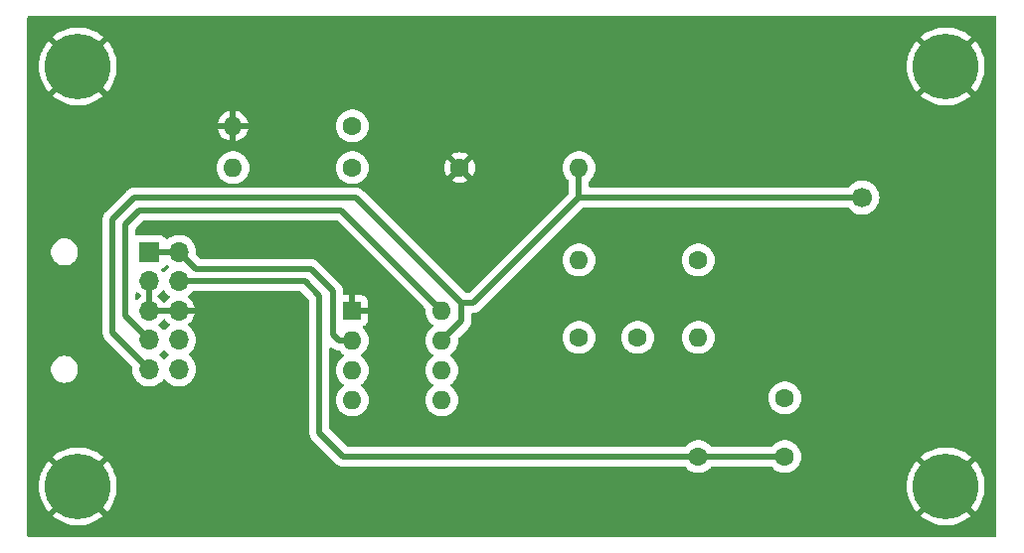
<source format=gbl>
%TF.GenerationSoftware,KiCad,Pcbnew,7.0.2*%
%TF.CreationDate,2023-05-19T14:46:58-05:00*%
%TF.ProjectId,LED Driver,4c454420-4472-4697-9665-722e6b696361,v1a*%
%TF.SameCoordinates,Original*%
%TF.FileFunction,Copper,L2,Bot*%
%TF.FilePolarity,Positive*%
%FSLAX46Y46*%
G04 Gerber Fmt 4.6, Leading zero omitted, Abs format (unit mm)*
G04 Created by KiCad (PCBNEW 7.0.2) date 2023-05-19 14:46:58*
%MOMM*%
%LPD*%
G01*
G04 APERTURE LIST*
%TA.AperFunction,ComponentPad*%
%ADD10C,1.600000*%
%TD*%
%TA.AperFunction,ComponentPad*%
%ADD11O,1.600000X1.600000*%
%TD*%
%TA.AperFunction,ComponentPad*%
%ADD12C,5.600000*%
%TD*%
%TA.AperFunction,ComponentPad*%
%ADD13R,1.600000X1.600000*%
%TD*%
%TA.AperFunction,ComponentPad*%
%ADD14C,1.700000*%
%TD*%
%TA.AperFunction,ComponentPad*%
%ADD15R,1.700000X1.700000*%
%TD*%
%TA.AperFunction,ComponentPad*%
%ADD16O,1.700000X1.700000*%
%TD*%
%TA.AperFunction,Conductor*%
%ADD17C,0.500000*%
%TD*%
G04 APERTURE END LIST*
D10*
%TO.P,C2,1*%
%TO.N,/LED+*%
X122936000Y-71120000D03*
%TO.P,C2,2*%
%TO.N,/GATE*%
X122936000Y-66120000D03*
%TD*%
%TO.P,R1,1*%
%TO.N,GND*%
X95250000Y-46482000D03*
D11*
%TO.P,R1,2*%
%TO.N,/V+*%
X105410000Y-46482000D03*
%TD*%
D12*
%TO.P,J3,1,Pin_1*%
%TO.N,GND*%
X62738000Y-37846000D03*
%TD*%
%TO.P,J4,1,Pin_1*%
%TO.N,GND*%
X136652000Y-37846000D03*
%TD*%
D13*
%TO.P,U1,1,COM*%
%TO.N,GND*%
X86106000Y-58674000D03*
D11*
%TO.P,U1,2,-IN*%
%TO.N,/LED-*%
X86106000Y-61214000D03*
%TO.P,U1,3,+IN*%
%TO.N,/CTRL*%
X86106000Y-63754000D03*
%TO.P,U1,4,V-*%
%TO.N,/V-*%
X86106000Y-66294000D03*
%TO.P,U1,5,Status*%
%TO.N,/STATUS*%
X93726000Y-66294000D03*
%TO.P,U1,6,OUT*%
%TO.N,/OUT*%
X93726000Y-63754000D03*
%TO.P,U1,7,V+*%
%TO.N,/V+*%
X93726000Y-61214000D03*
%TO.P,U1,8,E/D*%
%TO.N,/ENBL*%
X93726000Y-58674000D03*
%TD*%
D10*
%TO.P,C1,1*%
%TO.N,/OUT*%
X105410000Y-60960000D03*
%TO.P,C1,2*%
%TO.N,/GATE*%
X110410000Y-60960000D03*
%TD*%
D12*
%TO.P,J5,1,Pin_1*%
%TO.N,GND*%
X136652000Y-73660000D03*
%TD*%
D10*
%TO.P,R5,1*%
%TO.N,/LED-*%
X86106000Y-46482000D03*
D11*
%TO.P,R5,2*%
%TO.N,/LED+*%
X75946000Y-46482000D03*
%TD*%
D14*
%TO.P,U2,3,Drain*%
%TO.N,/V+*%
X129540000Y-49022000D03*
%TD*%
D10*
%TO.P,R3,1*%
%TO.N,/GATE*%
X115570000Y-54356000D03*
D11*
%TO.P,R3,2*%
%TO.N,/OUT*%
X105410000Y-54356000D03*
%TD*%
D15*
%TO.P,J1,1,SNS+*%
%TO.N,/LED-*%
X68834000Y-53674000D03*
D16*
%TO.P,J1,2,SNS-*%
%TO.N,GND*%
X68834000Y-56174000D03*
%TO.P,J1,3,GND*%
X68834000Y-58674000D03*
%TO.P,J1,4,ENBL*%
%TO.N,/ENBL*%
X68834000Y-61174000D03*
%TO.P,J1,5,V+*%
%TO.N,/V+*%
X68834000Y-63674000D03*
%TO.P,J1,6,V-*%
%TO.N,/V-*%
X71334000Y-63674000D03*
%TO.P,J1,7,CTRL*%
%TO.N,/CTRL*%
X71334000Y-61174000D03*
%TO.P,J1,8,GND*%
%TO.N,GND*%
X71334000Y-58674000D03*
%TO.P,J1,9,LED+*%
%TO.N,/LED+*%
X71334000Y-56174000D03*
%TO.P,J1,10,LED-*%
%TO.N,/LED-*%
X71334000Y-53674000D03*
%TD*%
D12*
%TO.P,J6,1,Pin_1*%
%TO.N,GND*%
X62738000Y-73660000D03*
%TD*%
D10*
%TO.P,R6,1*%
%TO.N,/V-*%
X86106000Y-42926000D03*
D11*
%TO.P,R6,2*%
%TO.N,GND*%
X75946000Y-42926000D03*
%TD*%
D10*
%TO.P,R4,1*%
%TO.N,/LED+*%
X115570000Y-71120000D03*
D11*
%TO.P,R4,2*%
%TO.N,/GATE*%
X115570000Y-60960000D03*
%TD*%
D17*
%TO.N,/ENBL*%
X67988000Y-50122000D02*
X85174000Y-50122000D01*
X66802000Y-51308000D02*
X66802000Y-59142000D01*
X66802000Y-59142000D02*
X68834000Y-61174000D01*
X85174000Y-50122000D02*
X93726000Y-58674000D01*
X67988000Y-50122000D02*
X66802000Y-51308000D01*
%TO.N,/V+*%
X65702000Y-50852365D02*
X67532366Y-49022000D01*
X105410000Y-49022000D02*
X96441453Y-57990547D01*
X105410000Y-49022000D02*
X105410000Y-46482000D01*
X65702000Y-60542000D02*
X65702000Y-50852365D01*
X95376000Y-57990547D02*
X95376000Y-59564000D01*
X95376000Y-59564000D02*
X93726000Y-61214000D01*
X86407453Y-49022000D02*
X95376000Y-57990547D01*
X67532366Y-49022000D02*
X86407453Y-49022000D01*
X68834000Y-63674000D02*
X65702000Y-60542000D01*
X129540000Y-49022000D02*
X105410000Y-49022000D01*
X96441453Y-57990547D02*
X95376000Y-57990547D01*
%TO.N,/LED+*%
X83312000Y-69088000D02*
X85344000Y-71120000D01*
X85344000Y-71120000D02*
X115570000Y-71120000D01*
X83312000Y-57404000D02*
X83312000Y-69088000D01*
X82082000Y-56174000D02*
X83312000Y-57404000D01*
X71334000Y-56174000D02*
X82082000Y-56174000D01*
X122936000Y-71120000D02*
X115570000Y-71120000D01*
%TO.N,/LED-*%
X84456000Y-60695370D02*
X84974630Y-61214000D01*
X82594660Y-55118000D02*
X84456000Y-56979340D01*
X84456000Y-56979340D02*
X84456000Y-60695370D01*
X84974630Y-61214000D02*
X86106000Y-61214000D01*
X71334000Y-53674000D02*
X72778000Y-55118000D01*
X72778000Y-55118000D02*
X82594660Y-55118000D01*
X68834000Y-53674000D02*
X71334000Y-53674000D01*
%TD*%
%TA.AperFunction,Conductor*%
%TO.N,GND*%
G36*
X70874507Y-58464156D02*
G01*
X70834000Y-58602111D01*
X70834000Y-58745889D01*
X70874507Y-58883844D01*
X70902884Y-58928000D01*
X69265116Y-58928000D01*
X69293493Y-58883844D01*
X69334000Y-58745889D01*
X69334000Y-58602111D01*
X69293493Y-58464156D01*
X69265116Y-58420000D01*
X70902884Y-58420000D01*
X70874507Y-58464156D01*
G37*
%TD.AperFunction*%
%TA.AperFunction,Conductor*%
G36*
X69088000Y-58240325D02*
G01*
X68976315Y-58189320D01*
X68869763Y-58174000D01*
X68798237Y-58174000D01*
X68691685Y-58189320D01*
X68580000Y-58240325D01*
X68580000Y-56607674D01*
X68691685Y-56658680D01*
X68798237Y-56674000D01*
X68869763Y-56674000D01*
X68976315Y-56658680D01*
X69088000Y-56607674D01*
X69088000Y-58240325D01*
G37*
%TD.AperFunction*%
%TA.AperFunction,Conductor*%
G36*
X140901621Y-33558502D02*
G01*
X140948114Y-33612158D01*
X140959500Y-33664500D01*
X140959500Y-77841500D01*
X140939498Y-77909621D01*
X140885842Y-77956114D01*
X140833500Y-77967500D01*
X58556500Y-77967500D01*
X58488379Y-77947498D01*
X58441886Y-77893842D01*
X58430500Y-77841500D01*
X58430500Y-73663412D01*
X59425326Y-73663412D01*
X59444375Y-74014763D01*
X59445114Y-74021560D01*
X59502040Y-74368793D01*
X59503508Y-74375461D01*
X59597646Y-74714514D01*
X59599821Y-74720970D01*
X59730069Y-75047865D01*
X59732925Y-75054041D01*
X59897756Y-75364946D01*
X59901264Y-75370776D01*
X60098738Y-75662029D01*
X60102862Y-75667453D01*
X60226168Y-75812620D01*
X61437994Y-74600794D01*
X61439570Y-74603365D01*
X61603130Y-74794870D01*
X61794635Y-74958430D01*
X61797204Y-74960004D01*
X60582502Y-76174706D01*
X60590816Y-76182581D01*
X60596020Y-76187002D01*
X60876142Y-76399946D01*
X60881798Y-76403781D01*
X61183302Y-76585189D01*
X61189333Y-76588387D01*
X61508685Y-76736135D01*
X61515017Y-76738658D01*
X61848479Y-76851014D01*
X61855051Y-76852839D01*
X62198707Y-76928483D01*
X62205431Y-76929585D01*
X62555246Y-76967630D01*
X62562060Y-76968000D01*
X62913940Y-76968000D01*
X62920753Y-76967630D01*
X63270568Y-76929585D01*
X63277292Y-76928483D01*
X63620948Y-76852839D01*
X63627520Y-76851014D01*
X63960982Y-76738658D01*
X63967314Y-76736135D01*
X64286666Y-76588387D01*
X64292697Y-76585189D01*
X64594201Y-76403781D01*
X64599857Y-76399946D01*
X64879987Y-76186996D01*
X64885171Y-76182592D01*
X64893496Y-76174706D01*
X63678795Y-74960004D01*
X63681365Y-74958430D01*
X63872870Y-74794870D01*
X64036430Y-74603365D01*
X64038005Y-74600794D01*
X65249831Y-75812620D01*
X65373139Y-75667451D01*
X65377259Y-75662031D01*
X65574735Y-75370776D01*
X65578243Y-75364946D01*
X65743074Y-75054041D01*
X65745930Y-75047865D01*
X65876178Y-74720970D01*
X65878353Y-74714514D01*
X65972491Y-74375461D01*
X65973959Y-74368793D01*
X66030885Y-74021560D01*
X66031624Y-74014763D01*
X66050674Y-73663412D01*
X133339326Y-73663412D01*
X133358375Y-74014763D01*
X133359114Y-74021560D01*
X133416040Y-74368793D01*
X133417508Y-74375461D01*
X133511646Y-74714514D01*
X133513821Y-74720970D01*
X133644069Y-75047865D01*
X133646925Y-75054041D01*
X133811756Y-75364946D01*
X133815264Y-75370776D01*
X134012738Y-75662029D01*
X134016862Y-75667453D01*
X134140168Y-75812620D01*
X135351994Y-74600794D01*
X135353570Y-74603365D01*
X135517130Y-74794870D01*
X135708635Y-74958430D01*
X135711204Y-74960004D01*
X134496502Y-76174706D01*
X134504816Y-76182581D01*
X134510020Y-76187002D01*
X134790142Y-76399946D01*
X134795798Y-76403781D01*
X135097302Y-76585189D01*
X135103333Y-76588387D01*
X135422685Y-76736135D01*
X135429017Y-76738658D01*
X135762479Y-76851014D01*
X135769051Y-76852839D01*
X136112707Y-76928483D01*
X136119431Y-76929585D01*
X136469246Y-76967630D01*
X136476060Y-76968000D01*
X136827940Y-76968000D01*
X136834753Y-76967630D01*
X137184568Y-76929585D01*
X137191292Y-76928483D01*
X137534948Y-76852839D01*
X137541520Y-76851014D01*
X137874982Y-76738658D01*
X137881314Y-76736135D01*
X138200666Y-76588387D01*
X138206697Y-76585189D01*
X138508201Y-76403781D01*
X138513857Y-76399946D01*
X138793987Y-76186996D01*
X138799171Y-76182592D01*
X138807496Y-76174706D01*
X137592795Y-74960004D01*
X137595365Y-74958430D01*
X137786870Y-74794870D01*
X137950430Y-74603365D01*
X137952005Y-74600794D01*
X139163831Y-75812620D01*
X139287139Y-75667451D01*
X139291259Y-75662031D01*
X139488735Y-75370776D01*
X139492243Y-75364946D01*
X139657074Y-75054041D01*
X139659930Y-75047865D01*
X139790178Y-74720970D01*
X139792353Y-74714514D01*
X139886491Y-74375461D01*
X139887959Y-74368793D01*
X139944885Y-74021560D01*
X139945624Y-74014763D01*
X139964674Y-73663412D01*
X139964674Y-73656587D01*
X139945624Y-73305236D01*
X139944885Y-73298439D01*
X139887959Y-72951206D01*
X139886491Y-72944538D01*
X139792353Y-72605485D01*
X139790178Y-72599029D01*
X139659930Y-72272134D01*
X139657074Y-72265958D01*
X139492243Y-71955053D01*
X139488735Y-71949223D01*
X139291261Y-71657970D01*
X139287130Y-71652536D01*
X139163831Y-71507377D01*
X137952004Y-72719204D01*
X137950430Y-72716635D01*
X137786870Y-72525130D01*
X137595365Y-72361570D01*
X137592794Y-72359994D01*
X138807496Y-71145292D01*
X138799183Y-71137418D01*
X138793979Y-71132997D01*
X138513857Y-70920053D01*
X138508201Y-70916218D01*
X138206697Y-70734810D01*
X138200666Y-70731612D01*
X137881314Y-70583864D01*
X137874982Y-70581341D01*
X137541520Y-70468985D01*
X137534948Y-70467160D01*
X137191292Y-70391516D01*
X137184568Y-70390414D01*
X136834753Y-70352369D01*
X136827940Y-70352000D01*
X136476060Y-70352000D01*
X136469246Y-70352369D01*
X136119431Y-70390414D01*
X136112707Y-70391516D01*
X135769051Y-70467160D01*
X135762479Y-70468985D01*
X135429017Y-70581341D01*
X135422685Y-70583864D01*
X135103333Y-70731612D01*
X135097302Y-70734810D01*
X134795798Y-70916218D01*
X134790142Y-70920053D01*
X134510014Y-71133001D01*
X134504823Y-71137411D01*
X134496502Y-71145292D01*
X135711205Y-72359995D01*
X135708635Y-72361570D01*
X135517130Y-72525130D01*
X135353570Y-72716635D01*
X135351995Y-72719205D01*
X134140167Y-71507377D01*
X134140166Y-71507378D01*
X134016869Y-71652536D01*
X134012738Y-71657970D01*
X133815264Y-71949223D01*
X133811756Y-71955053D01*
X133646925Y-72265958D01*
X133644069Y-72272134D01*
X133513821Y-72599029D01*
X133511646Y-72605485D01*
X133417508Y-72944538D01*
X133416040Y-72951206D01*
X133359114Y-73298439D01*
X133358375Y-73305236D01*
X133339326Y-73656587D01*
X133339326Y-73663412D01*
X66050674Y-73663412D01*
X66050674Y-73656587D01*
X66031624Y-73305236D01*
X66030885Y-73298439D01*
X65973959Y-72951206D01*
X65972491Y-72944538D01*
X65878353Y-72605485D01*
X65876178Y-72599029D01*
X65745930Y-72272134D01*
X65743074Y-72265958D01*
X65578243Y-71955053D01*
X65574735Y-71949223D01*
X65377261Y-71657970D01*
X65373130Y-71652536D01*
X65249831Y-71507377D01*
X64038004Y-72719204D01*
X64036430Y-72716635D01*
X63872870Y-72525130D01*
X63681365Y-72361570D01*
X63678794Y-72359994D01*
X64893496Y-71145292D01*
X64885183Y-71137418D01*
X64879979Y-71132997D01*
X64599857Y-70920053D01*
X64594201Y-70916218D01*
X64292697Y-70734810D01*
X64286666Y-70731612D01*
X63967314Y-70583864D01*
X63960982Y-70581341D01*
X63627520Y-70468985D01*
X63620948Y-70467160D01*
X63277292Y-70391516D01*
X63270568Y-70390414D01*
X62920753Y-70352369D01*
X62913940Y-70352000D01*
X62562060Y-70352000D01*
X62555246Y-70352369D01*
X62205431Y-70390414D01*
X62198707Y-70391516D01*
X61855051Y-70467160D01*
X61848479Y-70468985D01*
X61515017Y-70581341D01*
X61508685Y-70583864D01*
X61189333Y-70731612D01*
X61183302Y-70734810D01*
X60881798Y-70916218D01*
X60876142Y-70920053D01*
X60596014Y-71133001D01*
X60590823Y-71137411D01*
X60582502Y-71145292D01*
X61797205Y-72359995D01*
X61794635Y-72361570D01*
X61603130Y-72525130D01*
X61439570Y-72716635D01*
X61437995Y-72719205D01*
X60226167Y-71507377D01*
X60226166Y-71507378D01*
X60102869Y-71652536D01*
X60098738Y-71657970D01*
X59901264Y-71949223D01*
X59897756Y-71955053D01*
X59732925Y-72265958D01*
X59730069Y-72272134D01*
X59599821Y-72599029D01*
X59597646Y-72605485D01*
X59503508Y-72944538D01*
X59502040Y-72951206D01*
X59445114Y-73298439D01*
X59444375Y-73305236D01*
X59425326Y-73656587D01*
X59425326Y-73663412D01*
X58430500Y-73663412D01*
X58430500Y-63780610D01*
X60433500Y-63780610D01*
X60471764Y-63985305D01*
X60472679Y-63990198D01*
X60549702Y-64189021D01*
X60659735Y-64366728D01*
X60661948Y-64370302D01*
X60805593Y-64527872D01*
X60975745Y-64656366D01*
X61166611Y-64751405D01*
X61371690Y-64809756D01*
X61447481Y-64816778D01*
X61527889Y-64824230D01*
X61527895Y-64824230D01*
X61530806Y-64824500D01*
X61533719Y-64824500D01*
X61634281Y-64824500D01*
X61637194Y-64824500D01*
X61640105Y-64824230D01*
X61640110Y-64824230D01*
X61695254Y-64819119D01*
X61796310Y-64809756D01*
X62001389Y-64751405D01*
X62192255Y-64656366D01*
X62362407Y-64527872D01*
X62506052Y-64370302D01*
X62618298Y-64189019D01*
X62695321Y-63990198D01*
X62734500Y-63780610D01*
X62734500Y-63567390D01*
X62695321Y-63357802D01*
X62618298Y-63158981D01*
X62618297Y-63158978D01*
X62506052Y-62977698D01*
X62426874Y-62890845D01*
X62362407Y-62820128D01*
X62277331Y-62755881D01*
X62192257Y-62691635D01*
X62001387Y-62596594D01*
X61796306Y-62538243D01*
X61640110Y-62523769D01*
X61640084Y-62523767D01*
X61637194Y-62523500D01*
X61530806Y-62523500D01*
X61527916Y-62523767D01*
X61527889Y-62523769D01*
X61371693Y-62538243D01*
X61166612Y-62596594D01*
X60975742Y-62691635D01*
X60805594Y-62820127D01*
X60661947Y-62977698D01*
X60549702Y-63158978D01*
X60495962Y-63297700D01*
X60472679Y-63357802D01*
X60433500Y-63567390D01*
X60433500Y-63780610D01*
X58430500Y-63780610D01*
X58430500Y-60565168D01*
X64846799Y-60565168D01*
X64857502Y-60643727D01*
X64857916Y-60647113D01*
X64866513Y-60726170D01*
X64871679Y-60748213D01*
X64899108Y-60822874D01*
X64900228Y-60826055D01*
X64925556Y-60901221D01*
X64925557Y-60901223D01*
X64925642Y-60901474D01*
X64935429Y-60921898D01*
X64935567Y-60922114D01*
X64935568Y-60922116D01*
X64943444Y-60934438D01*
X64978278Y-60988936D01*
X64980076Y-60991836D01*
X65021062Y-61059957D01*
X65035013Y-61077802D01*
X65035199Y-61077988D01*
X65035200Y-61077989D01*
X65091283Y-61134072D01*
X65093627Y-61136481D01*
X65148334Y-61194234D01*
X65166257Y-61209045D01*
X67356566Y-63399355D01*
X67390592Y-63461667D01*
X67393041Y-63498854D01*
X67387362Y-63567392D01*
X67378529Y-63674000D01*
X67398380Y-63913563D01*
X67457390Y-64146591D01*
X67553951Y-64366728D01*
X67685429Y-64567969D01*
X67848236Y-64744825D01*
X68037933Y-64892472D01*
X68249344Y-65006882D01*
X68476703Y-65084934D01*
X68713808Y-65124500D01*
X68713811Y-65124500D01*
X68954189Y-65124500D01*
X68954192Y-65124500D01*
X69191297Y-65084934D01*
X69418656Y-65006882D01*
X69630067Y-64892472D01*
X69819764Y-64744825D01*
X69982571Y-64567969D01*
X69982570Y-64567969D01*
X69989642Y-64560288D01*
X69992118Y-64562567D01*
X70032505Y-64528091D01*
X70102851Y-64518506D01*
X70167213Y-64548475D01*
X70177852Y-64560753D01*
X70178358Y-64560288D01*
X70324922Y-64719500D01*
X70348236Y-64744825D01*
X70537933Y-64892472D01*
X70749344Y-65006882D01*
X70976703Y-65084934D01*
X71213808Y-65124500D01*
X71213811Y-65124500D01*
X71454189Y-65124500D01*
X71454192Y-65124500D01*
X71691297Y-65084934D01*
X71918656Y-65006882D01*
X72130067Y-64892472D01*
X72319764Y-64744825D01*
X72482571Y-64567969D01*
X72614049Y-64366728D01*
X72710610Y-64146591D01*
X72769620Y-63913563D01*
X72789471Y-63674000D01*
X72769620Y-63434437D01*
X72710610Y-63201409D01*
X72614049Y-62981272D01*
X72482571Y-62780031D01*
X72319764Y-62603175D01*
X72217309Y-62523431D01*
X72175839Y-62465807D01*
X72172105Y-62394908D01*
X72207295Y-62333246D01*
X72217310Y-62324568D01*
X72217311Y-62324567D01*
X72319764Y-62244825D01*
X72482571Y-62067969D01*
X72614049Y-61866728D01*
X72710610Y-61646591D01*
X72769620Y-61413563D01*
X72789471Y-61174000D01*
X72769620Y-60934437D01*
X72710610Y-60701409D01*
X72614049Y-60481272D01*
X72482571Y-60280031D01*
X72319764Y-60103175D01*
X72142008Y-59964822D01*
X72100538Y-59907198D01*
X72096804Y-59836299D01*
X72131994Y-59774637D01*
X72142010Y-59765959D01*
X72256901Y-59676536D01*
X72409321Y-59510962D01*
X72532419Y-59322548D01*
X72622822Y-59116451D01*
X72670544Y-58928000D01*
X71765116Y-58928000D01*
X71793493Y-58883844D01*
X71834000Y-58745889D01*
X71834000Y-58602111D01*
X71793493Y-58464156D01*
X71765116Y-58420000D01*
X72670544Y-58420000D01*
X72670544Y-58419999D01*
X72622822Y-58231548D01*
X72532419Y-58025451D01*
X72409321Y-57837037D01*
X72256903Y-57671466D01*
X72142009Y-57582040D01*
X72100538Y-57524415D01*
X72096804Y-57453516D01*
X72131994Y-57391854D01*
X72142005Y-57383179D01*
X72319764Y-57244825D01*
X72482571Y-57067969D01*
X72482573Y-57067964D01*
X72485153Y-57065163D01*
X72546006Y-57028592D01*
X72577855Y-57024500D01*
X81677520Y-57024500D01*
X81745641Y-57044502D01*
X81766615Y-57061404D01*
X82424595Y-57719383D01*
X82458620Y-57781696D01*
X82461500Y-57808479D01*
X82461500Y-69048317D01*
X82461084Y-69058543D01*
X82456799Y-69111165D01*
X82467502Y-69189727D01*
X82467916Y-69193113D01*
X82476513Y-69272170D01*
X82481679Y-69294213D01*
X82509108Y-69368874D01*
X82510228Y-69372055D01*
X82535556Y-69447221D01*
X82535557Y-69447223D01*
X82535642Y-69447474D01*
X82545429Y-69467898D01*
X82588278Y-69534936D01*
X82590076Y-69537836D01*
X82631062Y-69605957D01*
X82645013Y-69623802D01*
X82645199Y-69623988D01*
X82645200Y-69623989D01*
X82701282Y-69680071D01*
X82703590Y-69682442D01*
X82758151Y-69740041D01*
X82758334Y-69740234D01*
X82776256Y-69755045D01*
X84714533Y-71693321D01*
X84721460Y-71700833D01*
X84755663Y-71741100D01*
X84755666Y-71741103D01*
X84818777Y-71789078D01*
X84821406Y-71791132D01*
X84883246Y-71840842D01*
X84883248Y-71840843D01*
X84883456Y-71841010D01*
X84902696Y-71852943D01*
X84974906Y-71886352D01*
X84977982Y-71887826D01*
X85020572Y-71908947D01*
X85048979Y-71923036D01*
X85048981Y-71923036D01*
X85049224Y-71923157D01*
X85070569Y-71930673D01*
X85070829Y-71930730D01*
X85070833Y-71930732D01*
X85148310Y-71947785D01*
X85151575Y-71948551D01*
X85228762Y-71967748D01*
X85251236Y-71970500D01*
X85251503Y-71970500D01*
X85330755Y-71970500D01*
X85334167Y-71970546D01*
X85413432Y-71972693D01*
X85413432Y-71972692D01*
X85413697Y-71972700D01*
X85436842Y-71970500D01*
X114394104Y-71970500D01*
X114462225Y-71990502D01*
X114486805Y-72011163D01*
X114599520Y-72133604D01*
X114618216Y-72153913D01*
X114715949Y-72229981D01*
X114801375Y-72296471D01*
X114921668Y-72361570D01*
X115005497Y-72406936D01*
X115225019Y-72482298D01*
X115453951Y-72520500D01*
X115453954Y-72520500D01*
X115686046Y-72520500D01*
X115686049Y-72520500D01*
X115914981Y-72482298D01*
X116134503Y-72406936D01*
X116338626Y-72296470D01*
X116521784Y-72153913D01*
X116608237Y-72060000D01*
X116653195Y-72011163D01*
X116714048Y-71974592D01*
X116745896Y-71970500D01*
X121760104Y-71970500D01*
X121828225Y-71990502D01*
X121852805Y-72011163D01*
X121965520Y-72133604D01*
X121984216Y-72153913D01*
X122081949Y-72229981D01*
X122167375Y-72296471D01*
X122287668Y-72361570D01*
X122371497Y-72406936D01*
X122591019Y-72482298D01*
X122819951Y-72520500D01*
X122819954Y-72520500D01*
X123052046Y-72520500D01*
X123052049Y-72520500D01*
X123280981Y-72482298D01*
X123500503Y-72406936D01*
X123704626Y-72296470D01*
X123887784Y-72153913D01*
X124044979Y-71983153D01*
X124171924Y-71788849D01*
X124265157Y-71576300D01*
X124322134Y-71351305D01*
X124341300Y-71120000D01*
X124322134Y-70888695D01*
X124265157Y-70663700D01*
X124171924Y-70451151D01*
X124044979Y-70256847D01*
X124044978Y-70256845D01*
X123887787Y-70086090D01*
X123887786Y-70086089D01*
X123887784Y-70086087D01*
X123777889Y-70000552D01*
X123704624Y-69943528D01*
X123500502Y-69833063D01*
X123351900Y-69782048D01*
X123280981Y-69757702D01*
X123052049Y-69719500D01*
X122819951Y-69719500D01*
X122591019Y-69757702D01*
X122591016Y-69757702D01*
X122591016Y-69757703D01*
X122371497Y-69833063D01*
X122167375Y-69943528D01*
X121984212Y-70086090D01*
X121852805Y-70228837D01*
X121791952Y-70265408D01*
X121760104Y-70269500D01*
X116745896Y-70269500D01*
X116677775Y-70249498D01*
X116653195Y-70228837D01*
X116521787Y-70086090D01*
X116521786Y-70086089D01*
X116521784Y-70086087D01*
X116411889Y-70000552D01*
X116338624Y-69943528D01*
X116134502Y-69833063D01*
X115985900Y-69782048D01*
X115914981Y-69757702D01*
X115686049Y-69719500D01*
X115453951Y-69719500D01*
X115225019Y-69757702D01*
X115225016Y-69757702D01*
X115225016Y-69757703D01*
X115005497Y-69833063D01*
X114801375Y-69943528D01*
X114618212Y-70086090D01*
X114486805Y-70228837D01*
X114425952Y-70265408D01*
X114394104Y-70269500D01*
X85748479Y-70269500D01*
X85680358Y-70249498D01*
X85659384Y-70232595D01*
X84199405Y-68772616D01*
X84165379Y-68710304D01*
X84162500Y-68683521D01*
X84162500Y-61914597D01*
X84182502Y-61846476D01*
X84236158Y-61799983D01*
X84306432Y-61789879D01*
X84371012Y-61819373D01*
X84384527Y-61833020D01*
X84386293Y-61835100D01*
X84386297Y-61835103D01*
X84449393Y-61883067D01*
X84452083Y-61885170D01*
X84514081Y-61935007D01*
X84533321Y-61946940D01*
X84533563Y-61947052D01*
X84533566Y-61947054D01*
X84605549Y-61980356D01*
X84608575Y-61981807D01*
X84679855Y-62017159D01*
X84701194Y-62024672D01*
X84701459Y-62024730D01*
X84701463Y-62024732D01*
X84778982Y-62041794D01*
X84782118Y-62042530D01*
X84859136Y-62061684D01*
X84859394Y-62061748D01*
X84881866Y-62064500D01*
X84882133Y-62064500D01*
X84930104Y-62064500D01*
X84998225Y-62084502D01*
X85022805Y-62105163D01*
X85154212Y-62247909D01*
X85154216Y-62247913D01*
X85329790Y-62384567D01*
X85371261Y-62442192D01*
X85374995Y-62513091D01*
X85339805Y-62574753D01*
X85329790Y-62583430D01*
X85154215Y-62720086D01*
X84997021Y-62890845D01*
X84870076Y-63085150D01*
X84776842Y-63297700D01*
X84725903Y-63498854D01*
X84719866Y-63522695D01*
X84700700Y-63754000D01*
X84719866Y-63985305D01*
X84719866Y-63985308D01*
X84719867Y-63985309D01*
X84776842Y-64210299D01*
X84870076Y-64422849D01*
X84997021Y-64617154D01*
X85154212Y-64787909D01*
X85154216Y-64787913D01*
X85244397Y-64858103D01*
X85329790Y-64924568D01*
X85371261Y-64982194D01*
X85374995Y-65053092D01*
X85339805Y-65114754D01*
X85329790Y-65123432D01*
X85154212Y-65260090D01*
X84997021Y-65430845D01*
X84870076Y-65625150D01*
X84776842Y-65837700D01*
X84719867Y-66062690D01*
X84719866Y-66062695D01*
X84700700Y-66294000D01*
X84719866Y-66525305D01*
X84719866Y-66525308D01*
X84719867Y-66525309D01*
X84776842Y-66750299D01*
X84870076Y-66962849D01*
X84997021Y-67157154D01*
X85154212Y-67327909D01*
X85154216Y-67327913D01*
X85300742Y-67441958D01*
X85337375Y-67470471D01*
X85429821Y-67520500D01*
X85541497Y-67580936D01*
X85761019Y-67656298D01*
X85989951Y-67694500D01*
X85989954Y-67694500D01*
X86222046Y-67694500D01*
X86222049Y-67694500D01*
X86450981Y-67656298D01*
X86670503Y-67580936D01*
X86874626Y-67470470D01*
X87057784Y-67327913D01*
X87214979Y-67157153D01*
X87341924Y-66962849D01*
X87435157Y-66750300D01*
X87492134Y-66525305D01*
X87511300Y-66294000D01*
X87492134Y-66062695D01*
X87435157Y-65837700D01*
X87341924Y-65625151D01*
X87214979Y-65430847D01*
X87214978Y-65430845D01*
X87057785Y-65260087D01*
X86882209Y-65123432D01*
X86840737Y-65065807D01*
X86837003Y-64994909D01*
X86872193Y-64933247D01*
X86882209Y-64924568D01*
X87057785Y-64787912D01*
X87214978Y-64617154D01*
X87214979Y-64617153D01*
X87341924Y-64422849D01*
X87435157Y-64210300D01*
X87492134Y-63985305D01*
X87511300Y-63754000D01*
X87492134Y-63522695D01*
X87435157Y-63297700D01*
X87341924Y-63085151D01*
X87214979Y-62890847D01*
X87214978Y-62890845D01*
X87057785Y-62720087D01*
X86882209Y-62583432D01*
X86840737Y-62525807D01*
X86837003Y-62454909D01*
X86872193Y-62393247D01*
X86882209Y-62384568D01*
X86959297Y-62324568D01*
X87057784Y-62247913D01*
X87214979Y-62077153D01*
X87341924Y-61882849D01*
X87435157Y-61670300D01*
X87492134Y-61445305D01*
X87511300Y-61214000D01*
X87492134Y-60982695D01*
X87435157Y-60757700D01*
X87341924Y-60545151D01*
X87214979Y-60350847D01*
X87214978Y-60350845D01*
X87057785Y-60180087D01*
X87044348Y-60169629D01*
X87002876Y-60112004D01*
X86999142Y-60041106D01*
X87034332Y-59979444D01*
X87077707Y-59952141D01*
X87151962Y-59924446D01*
X87268904Y-59836904D01*
X87356445Y-59719962D01*
X87407494Y-59583093D01*
X87413640Y-59525936D01*
X87414000Y-59519222D01*
X87414000Y-58928000D01*
X86417686Y-58928000D01*
X86433641Y-58912045D01*
X86491165Y-58799148D01*
X86510986Y-58674000D01*
X86491165Y-58548852D01*
X86433641Y-58435955D01*
X86417686Y-58420000D01*
X87414000Y-58420000D01*
X87414000Y-57828777D01*
X87413640Y-57822063D01*
X87407494Y-57764906D01*
X87356445Y-57628037D01*
X87268904Y-57511095D01*
X87151962Y-57423554D01*
X87015093Y-57372505D01*
X86957936Y-57366359D01*
X86951223Y-57366000D01*
X86360000Y-57366000D01*
X86360000Y-58362314D01*
X86344045Y-58346359D01*
X86231148Y-58288835D01*
X86137481Y-58274000D01*
X86074519Y-58274000D01*
X85980852Y-58288835D01*
X85867955Y-58346359D01*
X85852000Y-58362314D01*
X85852000Y-57366000D01*
X85432500Y-57366000D01*
X85364379Y-57345998D01*
X85317886Y-57292342D01*
X85306500Y-57240000D01*
X85306500Y-57019022D01*
X85306916Y-57008794D01*
X85311201Y-56956172D01*
X85300505Y-56877672D01*
X85300090Y-56874282D01*
X85291486Y-56795171D01*
X85286322Y-56773132D01*
X85286227Y-56772874D01*
X85286227Y-56772872D01*
X85258855Y-56698368D01*
X85257781Y-56695317D01*
X85232444Y-56620119D01*
X85232443Y-56620117D01*
X85232357Y-56619862D01*
X85222575Y-56599448D01*
X85179751Y-56532451D01*
X85177952Y-56529550D01*
X85136936Y-56461380D01*
X85122990Y-56443542D01*
X85122799Y-56443351D01*
X85066732Y-56387284D01*
X85064388Y-56384875D01*
X85009672Y-56327111D01*
X84991741Y-56312293D01*
X83224126Y-54544677D01*
X83217189Y-54537153D01*
X83182998Y-54496901D01*
X83182997Y-54496900D01*
X83119880Y-54448919D01*
X83117230Y-54446847D01*
X83055212Y-54396995D01*
X83035965Y-54385057D01*
X82963782Y-54351661D01*
X82960708Y-54350188D01*
X82889440Y-54314844D01*
X82868082Y-54307324D01*
X82790391Y-54290223D01*
X82787068Y-54289444D01*
X82709905Y-54270253D01*
X82687421Y-54267500D01*
X82687157Y-54267500D01*
X82607905Y-54267500D01*
X82604493Y-54267454D01*
X82524962Y-54265299D01*
X82501818Y-54267500D01*
X73182479Y-54267500D01*
X73114358Y-54247498D01*
X73093384Y-54230595D01*
X72811432Y-53948643D01*
X72777406Y-53886331D01*
X72774957Y-53849148D01*
X72789471Y-53674000D01*
X72769620Y-53434437D01*
X72710610Y-53201409D01*
X72614049Y-52981272D01*
X72482571Y-52780031D01*
X72319764Y-52603175D01*
X72130067Y-52455528D01*
X71918656Y-52341118D01*
X71918655Y-52341117D01*
X71918652Y-52341116D01*
X71767083Y-52289083D01*
X71691297Y-52263066D01*
X71454192Y-52223500D01*
X71213808Y-52223500D01*
X70976703Y-52263066D01*
X70976700Y-52263066D01*
X70976700Y-52263067D01*
X70749347Y-52341116D01*
X70648454Y-52395717D01*
X70537933Y-52455528D01*
X70537931Y-52455528D01*
X70537928Y-52455531D01*
X70398794Y-52563823D01*
X70332752Y-52589879D01*
X70263107Y-52576093D01*
X70219245Y-52533850D01*
X70218635Y-52534319D01*
X70215527Y-52530269D01*
X70211970Y-52526843D01*
X70210329Y-52523495D01*
X70112282Y-52395717D01*
X69986842Y-52299464D01*
X69840761Y-52238955D01*
X69727448Y-52224038D01*
X69727447Y-52224037D01*
X69723361Y-52223500D01*
X69719239Y-52223500D01*
X67948763Y-52223500D01*
X67948747Y-52223500D01*
X67944640Y-52223501D01*
X67940556Y-52224038D01*
X67940550Y-52224039D01*
X67827234Y-52238956D01*
X67826714Y-52239172D01*
X67820624Y-52239826D01*
X67810791Y-52241121D01*
X67810760Y-52240886D01*
X67756124Y-52246759D01*
X67692638Y-52214978D01*
X67656413Y-52153918D01*
X67652500Y-52122762D01*
X67652500Y-51712478D01*
X67672502Y-51644357D01*
X67689396Y-51623392D01*
X68303386Y-51009402D01*
X68365696Y-50975379D01*
X68392479Y-50972500D01*
X84769521Y-50972500D01*
X84837642Y-50992502D01*
X84858616Y-51009405D01*
X92294898Y-58445687D01*
X92328924Y-58507999D01*
X92331373Y-58545186D01*
X92322080Y-58657347D01*
X92320700Y-58674000D01*
X92339866Y-58905305D01*
X92339866Y-58905308D01*
X92339867Y-58905309D01*
X92396842Y-59130299D01*
X92490076Y-59342849D01*
X92617021Y-59537154D01*
X92747817Y-59679236D01*
X92774216Y-59707913D01*
X92838662Y-59758073D01*
X92949790Y-59844568D01*
X92991261Y-59902194D01*
X92994995Y-59973092D01*
X92959805Y-60034754D01*
X92949790Y-60043432D01*
X92774212Y-60180090D01*
X92617021Y-60350845D01*
X92490076Y-60545150D01*
X92396842Y-60757700D01*
X92345613Y-60959999D01*
X92339866Y-60982695D01*
X92320700Y-61214000D01*
X92339866Y-61445305D01*
X92339866Y-61445308D01*
X92339867Y-61445309D01*
X92396842Y-61670299D01*
X92490076Y-61882849D01*
X92617021Y-62077154D01*
X92774212Y-62247909D01*
X92774216Y-62247913D01*
X92938449Y-62375740D01*
X92949791Y-62384568D01*
X92991262Y-62442193D01*
X92994996Y-62513092D01*
X92959806Y-62574754D01*
X92949791Y-62583432D01*
X92774212Y-62720090D01*
X92617021Y-62890845D01*
X92490076Y-63085150D01*
X92396842Y-63297700D01*
X92345903Y-63498854D01*
X92339866Y-63522695D01*
X92320700Y-63754000D01*
X92339866Y-63985305D01*
X92339866Y-63985308D01*
X92339867Y-63985309D01*
X92396842Y-64210299D01*
X92490076Y-64422849D01*
X92617021Y-64617154D01*
X92774212Y-64787909D01*
X92774216Y-64787913D01*
X92864397Y-64858103D01*
X92949790Y-64924568D01*
X92991261Y-64982194D01*
X92994995Y-65053092D01*
X92959805Y-65114754D01*
X92949790Y-65123432D01*
X92774212Y-65260090D01*
X92617021Y-65430845D01*
X92490076Y-65625150D01*
X92396842Y-65837700D01*
X92339867Y-66062690D01*
X92339866Y-66062695D01*
X92320700Y-66294000D01*
X92339866Y-66525305D01*
X92339866Y-66525308D01*
X92339867Y-66525309D01*
X92396842Y-66750299D01*
X92490076Y-66962849D01*
X92617021Y-67157154D01*
X92774212Y-67327909D01*
X92774216Y-67327913D01*
X92920742Y-67441958D01*
X92957375Y-67470471D01*
X93049821Y-67520500D01*
X93161497Y-67580936D01*
X93381019Y-67656298D01*
X93609951Y-67694500D01*
X93609954Y-67694500D01*
X93842046Y-67694500D01*
X93842049Y-67694500D01*
X94070981Y-67656298D01*
X94290503Y-67580936D01*
X94494626Y-67470470D01*
X94677784Y-67327913D01*
X94834979Y-67157153D01*
X94961924Y-66962849D01*
X95055157Y-66750300D01*
X95112134Y-66525305D01*
X95131300Y-66294000D01*
X95116882Y-66120000D01*
X121530700Y-66120000D01*
X121549866Y-66351305D01*
X121549866Y-66351308D01*
X121549867Y-66351309D01*
X121606842Y-66576299D01*
X121700076Y-66788849D01*
X121827021Y-66983154D01*
X121984212Y-67153909D01*
X121984216Y-67153913D01*
X122130742Y-67267958D01*
X122167375Y-67296471D01*
X122225475Y-67327913D01*
X122371497Y-67406936D01*
X122591019Y-67482298D01*
X122819951Y-67520500D01*
X122819954Y-67520500D01*
X123052046Y-67520500D01*
X123052049Y-67520500D01*
X123280981Y-67482298D01*
X123500503Y-67406936D01*
X123704626Y-67296470D01*
X123887784Y-67153913D01*
X124044979Y-66983153D01*
X124171924Y-66788849D01*
X124265157Y-66576300D01*
X124322134Y-66351305D01*
X124341300Y-66120000D01*
X124322134Y-65888695D01*
X124265157Y-65663700D01*
X124171924Y-65451151D01*
X124044979Y-65256847D01*
X124044978Y-65256845D01*
X123887787Y-65086090D01*
X123887786Y-65086089D01*
X123887784Y-65086087D01*
X123754302Y-64982194D01*
X123704624Y-64943528D01*
X123500502Y-64833063D01*
X123351900Y-64782048D01*
X123280981Y-64757702D01*
X123052049Y-64719500D01*
X122819951Y-64719500D01*
X122591019Y-64757702D01*
X122591016Y-64757702D01*
X122591016Y-64757703D01*
X122371497Y-64833063D01*
X122167375Y-64943528D01*
X121984212Y-65086090D01*
X121827021Y-65256845D01*
X121700076Y-65451150D01*
X121606842Y-65663700D01*
X121549867Y-65888690D01*
X121549866Y-65888695D01*
X121530700Y-66120000D01*
X95116882Y-66120000D01*
X95112134Y-66062695D01*
X95055157Y-65837700D01*
X94961924Y-65625151D01*
X94834979Y-65430847D01*
X94834978Y-65430845D01*
X94677785Y-65260087D01*
X94502209Y-65123432D01*
X94460737Y-65065807D01*
X94457003Y-64994909D01*
X94492193Y-64933247D01*
X94502209Y-64924568D01*
X94677785Y-64787912D01*
X94834978Y-64617154D01*
X94834979Y-64617153D01*
X94961924Y-64422849D01*
X95055157Y-64210300D01*
X95112134Y-63985305D01*
X95131300Y-63754000D01*
X95112134Y-63522695D01*
X95055157Y-63297700D01*
X94961924Y-63085151D01*
X94834979Y-62890847D01*
X94834978Y-62890845D01*
X94677785Y-62720087D01*
X94502209Y-62583432D01*
X94460737Y-62525807D01*
X94457003Y-62454909D01*
X94492193Y-62393247D01*
X94502209Y-62384568D01*
X94579297Y-62324568D01*
X94677784Y-62247913D01*
X94834979Y-62077153D01*
X94961924Y-61882849D01*
X95055157Y-61670300D01*
X95112134Y-61445305D01*
X95131300Y-61214000D01*
X95120625Y-61085184D01*
X95134933Y-61015648D01*
X95157097Y-60985690D01*
X95182787Y-60960000D01*
X104004700Y-60960000D01*
X104023866Y-61191305D01*
X104023866Y-61191308D01*
X104023867Y-61191309D01*
X104080842Y-61416299D01*
X104174076Y-61628849D01*
X104301021Y-61823154D01*
X104458212Y-61993909D01*
X104458216Y-61993913D01*
X104574605Y-62084502D01*
X104641375Y-62136471D01*
X104841589Y-62244821D01*
X104845497Y-62246936D01*
X105065019Y-62322298D01*
X105293951Y-62360500D01*
X105293954Y-62360500D01*
X105526046Y-62360500D01*
X105526049Y-62360500D01*
X105754981Y-62322298D01*
X105974503Y-62246936D01*
X106178626Y-62136470D01*
X106361784Y-61993913D01*
X106518979Y-61823153D01*
X106645924Y-61628849D01*
X106739157Y-61416300D01*
X106796134Y-61191305D01*
X106815300Y-60960000D01*
X109004700Y-60960000D01*
X109023866Y-61191305D01*
X109023866Y-61191308D01*
X109023867Y-61191309D01*
X109080842Y-61416299D01*
X109174076Y-61628849D01*
X109301021Y-61823154D01*
X109458212Y-61993909D01*
X109458216Y-61993913D01*
X109574605Y-62084502D01*
X109641375Y-62136471D01*
X109841589Y-62244821D01*
X109845497Y-62246936D01*
X110065019Y-62322298D01*
X110293951Y-62360500D01*
X110293954Y-62360500D01*
X110526046Y-62360500D01*
X110526049Y-62360500D01*
X110754981Y-62322298D01*
X110974503Y-62246936D01*
X111178626Y-62136470D01*
X111361784Y-61993913D01*
X111518979Y-61823153D01*
X111645924Y-61628849D01*
X111739157Y-61416300D01*
X111796134Y-61191305D01*
X111815300Y-60960000D01*
X114164700Y-60960000D01*
X114183866Y-61191305D01*
X114183866Y-61191308D01*
X114183867Y-61191309D01*
X114240842Y-61416299D01*
X114334076Y-61628849D01*
X114461021Y-61823154D01*
X114618212Y-61993909D01*
X114618216Y-61993913D01*
X114734605Y-62084502D01*
X114801375Y-62136471D01*
X115001589Y-62244821D01*
X115005497Y-62246936D01*
X115225019Y-62322298D01*
X115453951Y-62360500D01*
X115453954Y-62360500D01*
X115686046Y-62360500D01*
X115686049Y-62360500D01*
X115914981Y-62322298D01*
X116134503Y-62246936D01*
X116338626Y-62136470D01*
X116521784Y-61993913D01*
X116678979Y-61823153D01*
X116805924Y-61628849D01*
X116899157Y-61416300D01*
X116956134Y-61191305D01*
X116975300Y-60960000D01*
X116956134Y-60728695D01*
X116899157Y-60503700D01*
X116805924Y-60291151D01*
X116726530Y-60169629D01*
X116678978Y-60096845D01*
X116521787Y-59926090D01*
X116521786Y-59926089D01*
X116521784Y-59926087D01*
X116377132Y-59813500D01*
X116338624Y-59783528D01*
X116134502Y-59673063D01*
X115985900Y-59622048D01*
X115914981Y-59597702D01*
X115686049Y-59559500D01*
X115453951Y-59559500D01*
X115225019Y-59597702D01*
X115225016Y-59597702D01*
X115225016Y-59597703D01*
X115005497Y-59673063D01*
X114801375Y-59783528D01*
X114618212Y-59926090D01*
X114461021Y-60096845D01*
X114334076Y-60291150D01*
X114240842Y-60503700D01*
X114184571Y-60725910D01*
X114183866Y-60728695D01*
X114164700Y-60960000D01*
X111815300Y-60960000D01*
X111796134Y-60728695D01*
X111739157Y-60503700D01*
X111645924Y-60291151D01*
X111566530Y-60169629D01*
X111518978Y-60096845D01*
X111361787Y-59926090D01*
X111361786Y-59926089D01*
X111361784Y-59926087D01*
X111217132Y-59813500D01*
X111178624Y-59783528D01*
X110974502Y-59673063D01*
X110825900Y-59622048D01*
X110754981Y-59597702D01*
X110526049Y-59559500D01*
X110293951Y-59559500D01*
X110065019Y-59597702D01*
X110065016Y-59597702D01*
X110065016Y-59597703D01*
X109845497Y-59673063D01*
X109641375Y-59783528D01*
X109458212Y-59926090D01*
X109301021Y-60096845D01*
X109174076Y-60291150D01*
X109080842Y-60503700D01*
X109024571Y-60725910D01*
X109023866Y-60728695D01*
X109004700Y-60960000D01*
X106815300Y-60960000D01*
X106796134Y-60728695D01*
X106739157Y-60503700D01*
X106645924Y-60291151D01*
X106566530Y-60169629D01*
X106518978Y-60096845D01*
X106361787Y-59926090D01*
X106361786Y-59926089D01*
X106361784Y-59926087D01*
X106217132Y-59813500D01*
X106178624Y-59783528D01*
X105974502Y-59673063D01*
X105825900Y-59622048D01*
X105754981Y-59597702D01*
X105526049Y-59559500D01*
X105293951Y-59559500D01*
X105065019Y-59597702D01*
X105065016Y-59597702D01*
X105065016Y-59597703D01*
X104845497Y-59673063D01*
X104641375Y-59783528D01*
X104458212Y-59926090D01*
X104301021Y-60096845D01*
X104174076Y-60291150D01*
X104080842Y-60503700D01*
X104024571Y-60725910D01*
X104023866Y-60728695D01*
X104004700Y-60960000D01*
X95182787Y-60960000D01*
X95949343Y-60193444D01*
X95956830Y-60186541D01*
X95997100Y-60152337D01*
X96045096Y-60089197D01*
X96047150Y-60086570D01*
X96096841Y-60024754D01*
X96096841Y-60024752D01*
X96097011Y-60024542D01*
X96108936Y-60005317D01*
X96109051Y-60005067D01*
X96109054Y-60005064D01*
X96142368Y-59933055D01*
X96143793Y-59930080D01*
X96179036Y-59859021D01*
X96179035Y-59859021D01*
X96179160Y-59858771D01*
X96186671Y-59837438D01*
X96186729Y-59837172D01*
X96186732Y-59837167D01*
X96203787Y-59759680D01*
X96204549Y-59756432D01*
X96208204Y-59741736D01*
X96223684Y-59679495D01*
X96223684Y-59679493D01*
X96223748Y-59679236D01*
X96226500Y-59656765D01*
X96226500Y-59577244D01*
X96226546Y-59573832D01*
X96227539Y-59537154D01*
X96228693Y-59494568D01*
X96228692Y-59494567D01*
X96228700Y-59494302D01*
X96226500Y-59471158D01*
X96226500Y-58967047D01*
X96246502Y-58898926D01*
X96300158Y-58852433D01*
X96352500Y-58841047D01*
X96401770Y-58841047D01*
X96411996Y-58841462D01*
X96464620Y-58845748D01*
X96543131Y-58835050D01*
X96546509Y-58834636D01*
X96625363Y-58826061D01*
X96625365Y-58826060D01*
X96625634Y-58826031D01*
X96647667Y-58820867D01*
X96647919Y-58820774D01*
X96647921Y-58820774D01*
X96722381Y-58793418D01*
X96725475Y-58792328D01*
X96800674Y-58766991D01*
X96800678Y-58766988D01*
X96800935Y-58766902D01*
X96821338Y-58757125D01*
X96821562Y-58756981D01*
X96821569Y-58756979D01*
X96888441Y-58714234D01*
X96891227Y-58712506D01*
X96959189Y-58671617D01*
X96959192Y-58671613D01*
X96959418Y-58671478D01*
X96977247Y-58657541D01*
X96977439Y-58657348D01*
X96977442Y-58657347D01*
X97033525Y-58601262D01*
X97035894Y-58598956D01*
X97093494Y-58544396D01*
X97093496Y-58544392D01*
X97093689Y-58544210D01*
X97108494Y-58526293D01*
X101278787Y-54356000D01*
X104004700Y-54356000D01*
X104023866Y-54587305D01*
X104023866Y-54587308D01*
X104023867Y-54587309D01*
X104080842Y-54812299D01*
X104174076Y-55024849D01*
X104301021Y-55219154D01*
X104429193Y-55358386D01*
X104458216Y-55389913D01*
X104575595Y-55481272D01*
X104641375Y-55532471D01*
X104845496Y-55642936D01*
X104845497Y-55642936D01*
X105065019Y-55718298D01*
X105293951Y-55756500D01*
X105293954Y-55756500D01*
X105526046Y-55756500D01*
X105526049Y-55756500D01*
X105754981Y-55718298D01*
X105974503Y-55642936D01*
X106178626Y-55532470D01*
X106361784Y-55389913D01*
X106518979Y-55219153D01*
X106645924Y-55024849D01*
X106739157Y-54812300D01*
X106796134Y-54587305D01*
X106815300Y-54356000D01*
X114164700Y-54356000D01*
X114183866Y-54587305D01*
X114183866Y-54587308D01*
X114183867Y-54587309D01*
X114240842Y-54812299D01*
X114334076Y-55024849D01*
X114461021Y-55219154D01*
X114589193Y-55358386D01*
X114618216Y-55389913D01*
X114735595Y-55481272D01*
X114801375Y-55532471D01*
X115005496Y-55642935D01*
X115005497Y-55642936D01*
X115225019Y-55718298D01*
X115453951Y-55756500D01*
X115453954Y-55756500D01*
X115686046Y-55756500D01*
X115686049Y-55756500D01*
X115914981Y-55718298D01*
X116134503Y-55642936D01*
X116338626Y-55532470D01*
X116521784Y-55389913D01*
X116678979Y-55219153D01*
X116805924Y-55024849D01*
X116899157Y-54812300D01*
X116956134Y-54587305D01*
X116975300Y-54356000D01*
X116956134Y-54124695D01*
X116899157Y-53899700D01*
X116805924Y-53687151D01*
X116678979Y-53492847D01*
X116678978Y-53492845D01*
X116521787Y-53322090D01*
X116521786Y-53322089D01*
X116521784Y-53322087D01*
X116411889Y-53236552D01*
X116338624Y-53179528D01*
X116134502Y-53069063D01*
X115985900Y-53018048D01*
X115914981Y-52993702D01*
X115686049Y-52955500D01*
X115453951Y-52955500D01*
X115225019Y-52993702D01*
X115225016Y-52993702D01*
X115225016Y-52993703D01*
X115005497Y-53069063D01*
X114801375Y-53179528D01*
X114618212Y-53322090D01*
X114461021Y-53492845D01*
X114334076Y-53687150D01*
X114240842Y-53899700D01*
X114183867Y-54124690D01*
X114183866Y-54124695D01*
X114178536Y-54189019D01*
X114165060Y-54351661D01*
X114164700Y-54356000D01*
X106815300Y-54356000D01*
X106796134Y-54124695D01*
X106739157Y-53899700D01*
X106645924Y-53687151D01*
X106518979Y-53492847D01*
X106518978Y-53492845D01*
X106361787Y-53322090D01*
X106361786Y-53322089D01*
X106361784Y-53322087D01*
X106251889Y-53236552D01*
X106178624Y-53179528D01*
X105974502Y-53069063D01*
X105825900Y-53018048D01*
X105754981Y-52993702D01*
X105526049Y-52955500D01*
X105293951Y-52955500D01*
X105065019Y-52993702D01*
X105065016Y-52993702D01*
X105065016Y-52993703D01*
X104845497Y-53069063D01*
X104641375Y-53179528D01*
X104458212Y-53322090D01*
X104301021Y-53492845D01*
X104174076Y-53687150D01*
X104080842Y-53899700D01*
X104023867Y-54124690D01*
X104023866Y-54124695D01*
X104018536Y-54189019D01*
X104005060Y-54351661D01*
X104004700Y-54356000D01*
X101278787Y-54356000D01*
X105725383Y-49909404D01*
X105787695Y-49875379D01*
X105814478Y-49872500D01*
X128296145Y-49872500D01*
X128364266Y-49892502D01*
X128388847Y-49913163D01*
X128391426Y-49915964D01*
X128391429Y-49915969D01*
X128554236Y-50092825D01*
X128743933Y-50240472D01*
X128955344Y-50354882D01*
X129182703Y-50432934D01*
X129419808Y-50472500D01*
X129419811Y-50472500D01*
X129660189Y-50472500D01*
X129660192Y-50472500D01*
X129897297Y-50432934D01*
X130124656Y-50354882D01*
X130336067Y-50240472D01*
X130525764Y-50092825D01*
X130688571Y-49915969D01*
X130820049Y-49714728D01*
X130916610Y-49494591D01*
X130975620Y-49261563D01*
X130995471Y-49022000D01*
X130975620Y-48782437D01*
X130916610Y-48549409D01*
X130820049Y-48329272D01*
X130688571Y-48128031D01*
X130525764Y-47951175D01*
X130336067Y-47803528D01*
X130124656Y-47689118D01*
X130124655Y-47689117D01*
X130124652Y-47689116D01*
X129973083Y-47637083D01*
X129897297Y-47611066D01*
X129660192Y-47571500D01*
X129419808Y-47571500D01*
X129182703Y-47611066D01*
X129182700Y-47611066D01*
X129182700Y-47611067D01*
X128955347Y-47689116D01*
X128743931Y-47803529D01*
X128554235Y-47951175D01*
X128475416Y-48036795D01*
X128391429Y-48128031D01*
X128391426Y-48128034D01*
X128388847Y-48130837D01*
X128327994Y-48167408D01*
X128296145Y-48171500D01*
X106386500Y-48171500D01*
X106318379Y-48151498D01*
X106271886Y-48097842D01*
X106260500Y-48045500D01*
X106260500Y-47656342D01*
X106280502Y-47588221D01*
X106309105Y-47556914D01*
X106361784Y-47515913D01*
X106518979Y-47345153D01*
X106645924Y-47150849D01*
X106739157Y-46938300D01*
X106796134Y-46713305D01*
X106815300Y-46482000D01*
X106796134Y-46250695D01*
X106739157Y-46025700D01*
X106645924Y-45813151D01*
X106518979Y-45618847D01*
X106518978Y-45618845D01*
X106361787Y-45448090D01*
X106361786Y-45448089D01*
X106361784Y-45448087D01*
X106251889Y-45362552D01*
X106178624Y-45305528D01*
X105974502Y-45195063D01*
X105825900Y-45144048D01*
X105754981Y-45119702D01*
X105526049Y-45081500D01*
X105293951Y-45081500D01*
X105065019Y-45119702D01*
X105065016Y-45119702D01*
X105065016Y-45119703D01*
X104845497Y-45195063D01*
X104641375Y-45305528D01*
X104458212Y-45448090D01*
X104301021Y-45618845D01*
X104174076Y-45813150D01*
X104080842Y-46025700D01*
X104025573Y-46243955D01*
X104023866Y-46250695D01*
X104004700Y-46482000D01*
X104023866Y-46713305D01*
X104023866Y-46713308D01*
X104023867Y-46713309D01*
X104080842Y-46938299D01*
X104174076Y-47150849D01*
X104301021Y-47345154D01*
X104458214Y-47515912D01*
X104497724Y-47546664D01*
X104510887Y-47556909D01*
X104510889Y-47556910D01*
X104552361Y-47614535D01*
X104559499Y-47656342D01*
X104559499Y-48617521D01*
X104539497Y-48685642D01*
X104522594Y-48706616D01*
X96126069Y-57103142D01*
X96063757Y-57137168D01*
X96036974Y-57140047D01*
X95780479Y-57140047D01*
X95712358Y-57120045D01*
X95691384Y-57103142D01*
X87036919Y-48448677D01*
X87029982Y-48441153D01*
X86995791Y-48400901D01*
X86995790Y-48400900D01*
X86932673Y-48352919D01*
X86930023Y-48350847D01*
X86868005Y-48300995D01*
X86848758Y-48289057D01*
X86776575Y-48255661D01*
X86773501Y-48254188D01*
X86702233Y-48218844D01*
X86680875Y-48211324D01*
X86603184Y-48194223D01*
X86599861Y-48193444D01*
X86522698Y-48174253D01*
X86500214Y-48171500D01*
X86499950Y-48171500D01*
X86420698Y-48171500D01*
X86417286Y-48171454D01*
X86337755Y-48169299D01*
X86314611Y-48171500D01*
X67572048Y-48171500D01*
X67561822Y-48171084D01*
X67509200Y-48166799D01*
X67509199Y-48166799D01*
X67484462Y-48170169D01*
X67430637Y-48177502D01*
X67427252Y-48177916D01*
X67348197Y-48186513D01*
X67326141Y-48191682D01*
X67251469Y-48219114D01*
X67248257Y-48220245D01*
X67172897Y-48245638D01*
X67152462Y-48255430D01*
X67085438Y-48298271D01*
X67082541Y-48300068D01*
X67014410Y-48341061D01*
X66996560Y-48355016D01*
X66940307Y-48411268D01*
X66937864Y-48413645D01*
X66880133Y-48468331D01*
X66865324Y-48486251D01*
X65128669Y-50222905D01*
X65121146Y-50229841D01*
X65080900Y-50264026D01*
X65032944Y-50327111D01*
X65030845Y-50329796D01*
X64980991Y-50391819D01*
X64969057Y-50411058D01*
X64935656Y-50483254D01*
X64934183Y-50486329D01*
X64898841Y-50557591D01*
X64891322Y-50578949D01*
X64874221Y-50656640D01*
X64873442Y-50659963D01*
X64854253Y-50737117D01*
X64851500Y-50759605D01*
X64851500Y-50839119D01*
X64851454Y-50842531D01*
X64849299Y-50922066D01*
X64851499Y-50945199D01*
X64851499Y-60502317D01*
X64851084Y-60512541D01*
X64846799Y-60565168D01*
X58430500Y-60565168D01*
X58430500Y-53780610D01*
X60433500Y-53780610D01*
X60446311Y-53849142D01*
X60472679Y-53990198D01*
X60549702Y-54189021D01*
X60661947Y-54370301D01*
X60661948Y-54370302D01*
X60805593Y-54527872D01*
X60975745Y-54656366D01*
X61166611Y-54751405D01*
X61371690Y-54809756D01*
X61447481Y-54816778D01*
X61527889Y-54824230D01*
X61527895Y-54824230D01*
X61530806Y-54824500D01*
X61533719Y-54824500D01*
X61634281Y-54824500D01*
X61637194Y-54824500D01*
X61640105Y-54824230D01*
X61640110Y-54824230D01*
X61695254Y-54819119D01*
X61796310Y-54809756D01*
X62001389Y-54751405D01*
X62192255Y-54656366D01*
X62362407Y-54527872D01*
X62506052Y-54370302D01*
X62618298Y-54189019D01*
X62695321Y-53990198D01*
X62734500Y-53780610D01*
X62734500Y-53567390D01*
X62695321Y-53357802D01*
X62618298Y-53158981D01*
X62618297Y-53158978D01*
X62506052Y-52977698D01*
X62485816Y-52955500D01*
X62362407Y-52820128D01*
X62277331Y-52755880D01*
X62192257Y-52691635D01*
X62001387Y-52596594D01*
X61796306Y-52538243D01*
X61640110Y-52523769D01*
X61640084Y-52523767D01*
X61637194Y-52523500D01*
X61530806Y-52523500D01*
X61527916Y-52523767D01*
X61527889Y-52523769D01*
X61371693Y-52538243D01*
X61166612Y-52596594D01*
X60975742Y-52691635D01*
X60805594Y-52820127D01*
X60661947Y-52977698D01*
X60549702Y-53158978D01*
X60472679Y-53357801D01*
X60472679Y-53357802D01*
X60433500Y-53567390D01*
X60433500Y-53780610D01*
X58430500Y-53780610D01*
X58430500Y-46482000D01*
X74540700Y-46482000D01*
X74559866Y-46713305D01*
X74559866Y-46713308D01*
X74559867Y-46713309D01*
X74616842Y-46938299D01*
X74710076Y-47150849D01*
X74837021Y-47345154D01*
X74994211Y-47515908D01*
X74994216Y-47515913D01*
X75120926Y-47614535D01*
X75177375Y-47658471D01*
X75234006Y-47689118D01*
X75381497Y-47768936D01*
X75601019Y-47844298D01*
X75829951Y-47882500D01*
X75829954Y-47882500D01*
X76062046Y-47882500D01*
X76062049Y-47882500D01*
X76290981Y-47844298D01*
X76510503Y-47768936D01*
X76714626Y-47658470D01*
X76897784Y-47515913D01*
X77054979Y-47345153D01*
X77181924Y-47150849D01*
X77275157Y-46938300D01*
X77332134Y-46713305D01*
X77351300Y-46482000D01*
X84700700Y-46482000D01*
X84719866Y-46713305D01*
X84719866Y-46713308D01*
X84719867Y-46713309D01*
X84776842Y-46938299D01*
X84870076Y-47150849D01*
X84997021Y-47345154D01*
X85154211Y-47515908D01*
X85154216Y-47515913D01*
X85280926Y-47614535D01*
X85337375Y-47658471D01*
X85394006Y-47689118D01*
X85541497Y-47768936D01*
X85761019Y-47844298D01*
X85989951Y-47882500D01*
X85989954Y-47882500D01*
X86222046Y-47882500D01*
X86222049Y-47882500D01*
X86450981Y-47844298D01*
X86670503Y-47768936D01*
X86874626Y-47658470D01*
X87057784Y-47515913D01*
X87214979Y-47345153D01*
X87341924Y-47150849D01*
X87435157Y-46938300D01*
X87492134Y-46713305D01*
X87511300Y-46482000D01*
X87511300Y-46481999D01*
X93937004Y-46481999D01*
X93956951Y-46709999D01*
X94016186Y-46931070D01*
X94112912Y-47138497D01*
X94162899Y-47209887D01*
X94851272Y-46521516D01*
X94864835Y-46607148D01*
X94922359Y-46720045D01*
X95011955Y-46809641D01*
X95124852Y-46867165D01*
X95210482Y-46880727D01*
X94522110Y-47569098D01*
X94522110Y-47569100D01*
X94593497Y-47619085D01*
X94800929Y-47715813D01*
X95022000Y-47775048D01*
X95249999Y-47794995D01*
X95477999Y-47775048D01*
X95699070Y-47715813D01*
X95906498Y-47619087D01*
X95977888Y-47569099D01*
X95977888Y-47569097D01*
X95289518Y-46880727D01*
X95375148Y-46867165D01*
X95488045Y-46809641D01*
X95577641Y-46720045D01*
X95635165Y-46607148D01*
X95648727Y-46521518D01*
X96337097Y-47209888D01*
X96337099Y-47209888D01*
X96387087Y-47138498D01*
X96483813Y-46931070D01*
X96543048Y-46709999D01*
X96562995Y-46482000D01*
X96543048Y-46254000D01*
X96483813Y-46032929D01*
X96387085Y-45825497D01*
X96337100Y-45754110D01*
X96337098Y-45754110D01*
X95648727Y-46442481D01*
X95635165Y-46356852D01*
X95577641Y-46243955D01*
X95488045Y-46154359D01*
X95375148Y-46096835D01*
X95289517Y-46083272D01*
X95977888Y-45394899D01*
X95906497Y-45344912D01*
X95699070Y-45248186D01*
X95477999Y-45188951D01*
X95250000Y-45169004D01*
X95022000Y-45188951D01*
X94800929Y-45248186D01*
X94593499Y-45344913D01*
X94522109Y-45394900D01*
X95210481Y-46083272D01*
X95124852Y-46096835D01*
X95011955Y-46154359D01*
X94922359Y-46243955D01*
X94864835Y-46356852D01*
X94851272Y-46442481D01*
X94162900Y-45754109D01*
X94112913Y-45825499D01*
X94016186Y-46032929D01*
X93956951Y-46254000D01*
X93937004Y-46481999D01*
X87511300Y-46481999D01*
X87492134Y-46250695D01*
X87435157Y-46025700D01*
X87341924Y-45813151D01*
X87214979Y-45618847D01*
X87214978Y-45618845D01*
X87057787Y-45448090D01*
X87057786Y-45448089D01*
X87057784Y-45448087D01*
X86947889Y-45362552D01*
X86874624Y-45305528D01*
X86670502Y-45195063D01*
X86521900Y-45144048D01*
X86450981Y-45119702D01*
X86222049Y-45081500D01*
X85989951Y-45081500D01*
X85761019Y-45119702D01*
X85761016Y-45119702D01*
X85761016Y-45119703D01*
X85541497Y-45195063D01*
X85337375Y-45305528D01*
X85154212Y-45448090D01*
X84997021Y-45618845D01*
X84870076Y-45813150D01*
X84776842Y-46025700D01*
X84721573Y-46243955D01*
X84719866Y-46250695D01*
X84700700Y-46482000D01*
X77351300Y-46482000D01*
X77332134Y-46250695D01*
X77275157Y-46025700D01*
X77181924Y-45813151D01*
X77054979Y-45618847D01*
X77054978Y-45618845D01*
X76897787Y-45448090D01*
X76897786Y-45448089D01*
X76897784Y-45448087D01*
X76787889Y-45362552D01*
X76714624Y-45305528D01*
X76510502Y-45195063D01*
X76361900Y-45144048D01*
X76290981Y-45119702D01*
X76062049Y-45081500D01*
X75829951Y-45081500D01*
X75601019Y-45119702D01*
X75601016Y-45119702D01*
X75601016Y-45119703D01*
X75381497Y-45195063D01*
X75177375Y-45305528D01*
X74994212Y-45448090D01*
X74837021Y-45618845D01*
X74710076Y-45813150D01*
X74616842Y-46025700D01*
X74561573Y-46243955D01*
X74559866Y-46250695D01*
X74540700Y-46482000D01*
X58430500Y-46482000D01*
X58430500Y-42672000D01*
X74659917Y-42672000D01*
X75634314Y-42672000D01*
X75618359Y-42687955D01*
X75560835Y-42800852D01*
X75541014Y-42926000D01*
X75560835Y-43051148D01*
X75618359Y-43164045D01*
X75634314Y-43180000D01*
X74659918Y-43180000D01*
X74712186Y-43375070D01*
X74808912Y-43582498D01*
X74940189Y-43769981D01*
X75102018Y-43931810D01*
X75289501Y-44063087D01*
X75496929Y-44159813D01*
X75692000Y-44212082D01*
X75692000Y-43237686D01*
X75707955Y-43253641D01*
X75820852Y-43311165D01*
X75914519Y-43326000D01*
X75977481Y-43326000D01*
X76071148Y-43311165D01*
X76184045Y-43253641D01*
X76200000Y-43237686D01*
X76200000Y-44212081D01*
X76395070Y-44159813D01*
X76602498Y-44063087D01*
X76789981Y-43931810D01*
X76951810Y-43769981D01*
X77083087Y-43582498D01*
X77179813Y-43375070D01*
X77232082Y-43180000D01*
X76257686Y-43180000D01*
X76273641Y-43164045D01*
X76331165Y-43051148D01*
X76350986Y-42926000D01*
X84700700Y-42926000D01*
X84719866Y-43157305D01*
X84719866Y-43157308D01*
X84719867Y-43157309D01*
X84776842Y-43382299D01*
X84870076Y-43594849D01*
X84997021Y-43789154D01*
X85128345Y-43931810D01*
X85154216Y-43959913D01*
X85286775Y-44063087D01*
X85337375Y-44102471D01*
X85443334Y-44159813D01*
X85541497Y-44212936D01*
X85761019Y-44288298D01*
X85989951Y-44326500D01*
X85989954Y-44326500D01*
X86222046Y-44326500D01*
X86222049Y-44326500D01*
X86450981Y-44288298D01*
X86670503Y-44212936D01*
X86874626Y-44102470D01*
X87057784Y-43959913D01*
X87214979Y-43789153D01*
X87341924Y-43594849D01*
X87435157Y-43382300D01*
X87492134Y-43157305D01*
X87511300Y-42926000D01*
X87492134Y-42694695D01*
X87435157Y-42469700D01*
X87341924Y-42257151D01*
X87214979Y-42062847D01*
X87214978Y-42062845D01*
X87057787Y-41892090D01*
X87057786Y-41892089D01*
X87057784Y-41892087D01*
X86925224Y-41788912D01*
X86874624Y-41749528D01*
X86670502Y-41639063D01*
X86521900Y-41588048D01*
X86450981Y-41563702D01*
X86222049Y-41525500D01*
X85989951Y-41525500D01*
X85761019Y-41563702D01*
X85761016Y-41563702D01*
X85761016Y-41563703D01*
X85541497Y-41639063D01*
X85337375Y-41749528D01*
X85154212Y-41892090D01*
X84997021Y-42062845D01*
X84870076Y-42257150D01*
X84776842Y-42469700D01*
X84725613Y-42672000D01*
X84719866Y-42694695D01*
X84700700Y-42926000D01*
X76350986Y-42926000D01*
X76331165Y-42800852D01*
X76273641Y-42687955D01*
X76257686Y-42672000D01*
X77232082Y-42672000D01*
X77179813Y-42476929D01*
X77083087Y-42269501D01*
X76951810Y-42082018D01*
X76789981Y-41920189D01*
X76602499Y-41788912D01*
X76395067Y-41692185D01*
X76200001Y-41639916D01*
X76200000Y-41639917D01*
X76200000Y-42614313D01*
X76184045Y-42598359D01*
X76071148Y-42540835D01*
X75977481Y-42526000D01*
X75914519Y-42526000D01*
X75820852Y-42540835D01*
X75707955Y-42598359D01*
X75692000Y-42614314D01*
X75692000Y-41639917D01*
X75691998Y-41639916D01*
X75496932Y-41692185D01*
X75289500Y-41788912D01*
X75102018Y-41920189D01*
X74940189Y-42082018D01*
X74808912Y-42269501D01*
X74712186Y-42476929D01*
X74659917Y-42672000D01*
X58430500Y-42672000D01*
X58430500Y-37849412D01*
X59425326Y-37849412D01*
X59444375Y-38200763D01*
X59445114Y-38207560D01*
X59502040Y-38554793D01*
X59503508Y-38561461D01*
X59597646Y-38900514D01*
X59599821Y-38906970D01*
X59730069Y-39233865D01*
X59732925Y-39240041D01*
X59897756Y-39550946D01*
X59901264Y-39556776D01*
X60098738Y-39848029D01*
X60102862Y-39853453D01*
X60226168Y-39998620D01*
X61437994Y-38786794D01*
X61439570Y-38789365D01*
X61603130Y-38980870D01*
X61794635Y-39144430D01*
X61797204Y-39146004D01*
X60582502Y-40360706D01*
X60590816Y-40368581D01*
X60596020Y-40373002D01*
X60876142Y-40585946D01*
X60881798Y-40589781D01*
X61183302Y-40771189D01*
X61189333Y-40774387D01*
X61508685Y-40922135D01*
X61515017Y-40924658D01*
X61848479Y-41037014D01*
X61855051Y-41038839D01*
X62198707Y-41114483D01*
X62205431Y-41115585D01*
X62555246Y-41153630D01*
X62562060Y-41154000D01*
X62913940Y-41154000D01*
X62920753Y-41153630D01*
X63270568Y-41115585D01*
X63277292Y-41114483D01*
X63620948Y-41038839D01*
X63627520Y-41037014D01*
X63960982Y-40924658D01*
X63967314Y-40922135D01*
X64286666Y-40774387D01*
X64292697Y-40771189D01*
X64594201Y-40589781D01*
X64599857Y-40585946D01*
X64879987Y-40372996D01*
X64885171Y-40368592D01*
X64893496Y-40360706D01*
X63678795Y-39146004D01*
X63681365Y-39144430D01*
X63872870Y-38980870D01*
X64036430Y-38789365D01*
X64038005Y-38786794D01*
X65249831Y-39998620D01*
X65373139Y-39853451D01*
X65377259Y-39848031D01*
X65574735Y-39556776D01*
X65578243Y-39550946D01*
X65743074Y-39240041D01*
X65745930Y-39233865D01*
X65876178Y-38906970D01*
X65878353Y-38900514D01*
X65972491Y-38561461D01*
X65973959Y-38554793D01*
X66030885Y-38207560D01*
X66031624Y-38200763D01*
X66050674Y-37849412D01*
X133339326Y-37849412D01*
X133358375Y-38200763D01*
X133359114Y-38207560D01*
X133416040Y-38554793D01*
X133417508Y-38561461D01*
X133511646Y-38900514D01*
X133513821Y-38906970D01*
X133644069Y-39233865D01*
X133646925Y-39240041D01*
X133811756Y-39550946D01*
X133815264Y-39556776D01*
X134012738Y-39848029D01*
X134016862Y-39853453D01*
X134140168Y-39998620D01*
X135351994Y-38786794D01*
X135353570Y-38789365D01*
X135517130Y-38980870D01*
X135708635Y-39144430D01*
X135711204Y-39146004D01*
X134496502Y-40360706D01*
X134504816Y-40368581D01*
X134510020Y-40373002D01*
X134790142Y-40585946D01*
X134795798Y-40589781D01*
X135097302Y-40771189D01*
X135103333Y-40774387D01*
X135422685Y-40922135D01*
X135429017Y-40924658D01*
X135762479Y-41037014D01*
X135769051Y-41038839D01*
X136112707Y-41114483D01*
X136119431Y-41115585D01*
X136469246Y-41153630D01*
X136476060Y-41154000D01*
X136827940Y-41154000D01*
X136834753Y-41153630D01*
X137184568Y-41115585D01*
X137191292Y-41114483D01*
X137534948Y-41038839D01*
X137541520Y-41037014D01*
X137874982Y-40924658D01*
X137881314Y-40922135D01*
X138200666Y-40774387D01*
X138206697Y-40771189D01*
X138508201Y-40589781D01*
X138513857Y-40585946D01*
X138793987Y-40372996D01*
X138799171Y-40368592D01*
X138807496Y-40360706D01*
X137592795Y-39146004D01*
X137595365Y-39144430D01*
X137786870Y-38980870D01*
X137950430Y-38789365D01*
X137952005Y-38786794D01*
X139163831Y-39998620D01*
X139287139Y-39853451D01*
X139291259Y-39848031D01*
X139488735Y-39556776D01*
X139492243Y-39550946D01*
X139657074Y-39240041D01*
X139659930Y-39233865D01*
X139790178Y-38906970D01*
X139792353Y-38900514D01*
X139886491Y-38561461D01*
X139887959Y-38554793D01*
X139944885Y-38207560D01*
X139945624Y-38200763D01*
X139964674Y-37849412D01*
X139964674Y-37842587D01*
X139945624Y-37491236D01*
X139944885Y-37484439D01*
X139887959Y-37137206D01*
X139886491Y-37130538D01*
X139792353Y-36791485D01*
X139790178Y-36785029D01*
X139659930Y-36458134D01*
X139657074Y-36451958D01*
X139492243Y-36141053D01*
X139488735Y-36135223D01*
X139291261Y-35843970D01*
X139287130Y-35838536D01*
X139163831Y-35693377D01*
X137952004Y-36905204D01*
X137950430Y-36902635D01*
X137786870Y-36711130D01*
X137595365Y-36547570D01*
X137592794Y-36545994D01*
X138807496Y-35331292D01*
X138799183Y-35323418D01*
X138793979Y-35318997D01*
X138513857Y-35106053D01*
X138508201Y-35102218D01*
X138206697Y-34920810D01*
X138200666Y-34917612D01*
X137881314Y-34769864D01*
X137874982Y-34767341D01*
X137541520Y-34654985D01*
X137534948Y-34653160D01*
X137191292Y-34577516D01*
X137184568Y-34576414D01*
X136834753Y-34538369D01*
X136827940Y-34538000D01*
X136476060Y-34538000D01*
X136469246Y-34538369D01*
X136119431Y-34576414D01*
X136112707Y-34577516D01*
X135769051Y-34653160D01*
X135762479Y-34654985D01*
X135429017Y-34767341D01*
X135422685Y-34769864D01*
X135103333Y-34917612D01*
X135097302Y-34920810D01*
X134795798Y-35102218D01*
X134790142Y-35106053D01*
X134510014Y-35319001D01*
X134504823Y-35323411D01*
X134496502Y-35331292D01*
X135711205Y-36545995D01*
X135708635Y-36547570D01*
X135517130Y-36711130D01*
X135353570Y-36902635D01*
X135351995Y-36905205D01*
X134140167Y-35693377D01*
X134140166Y-35693378D01*
X134016869Y-35838536D01*
X134012738Y-35843970D01*
X133815264Y-36135223D01*
X133811756Y-36141053D01*
X133646925Y-36451958D01*
X133644069Y-36458134D01*
X133513821Y-36785029D01*
X133511646Y-36791485D01*
X133417508Y-37130538D01*
X133416040Y-37137206D01*
X133359114Y-37484439D01*
X133358375Y-37491236D01*
X133339326Y-37842587D01*
X133339326Y-37849412D01*
X66050674Y-37849412D01*
X66050674Y-37842587D01*
X66031624Y-37491236D01*
X66030885Y-37484439D01*
X65973959Y-37137206D01*
X65972491Y-37130538D01*
X65878353Y-36791485D01*
X65876178Y-36785029D01*
X65745930Y-36458134D01*
X65743074Y-36451958D01*
X65578243Y-36141053D01*
X65574735Y-36135223D01*
X65377261Y-35843970D01*
X65373130Y-35838536D01*
X65249831Y-35693377D01*
X64038004Y-36905203D01*
X64036430Y-36902635D01*
X63872870Y-36711130D01*
X63681365Y-36547570D01*
X63678794Y-36545994D01*
X64893496Y-35331292D01*
X64885183Y-35323418D01*
X64879979Y-35318997D01*
X64599857Y-35106053D01*
X64594201Y-35102218D01*
X64292697Y-34920810D01*
X64286666Y-34917612D01*
X63967314Y-34769864D01*
X63960982Y-34767341D01*
X63627520Y-34654985D01*
X63620948Y-34653160D01*
X63277292Y-34577516D01*
X63270568Y-34576414D01*
X62920753Y-34538369D01*
X62913940Y-34538000D01*
X62562060Y-34538000D01*
X62555246Y-34538369D01*
X62205431Y-34576414D01*
X62198707Y-34577516D01*
X61855051Y-34653160D01*
X61848479Y-34654985D01*
X61515017Y-34767341D01*
X61508685Y-34769864D01*
X61189333Y-34917612D01*
X61183302Y-34920810D01*
X60881798Y-35102218D01*
X60876142Y-35106053D01*
X60596014Y-35319001D01*
X60590823Y-35323411D01*
X60582502Y-35331292D01*
X61797205Y-36545995D01*
X61794635Y-36547570D01*
X61603130Y-36711130D01*
X61439570Y-36902635D01*
X61437995Y-36905205D01*
X60226167Y-35693377D01*
X60226166Y-35693378D01*
X60102869Y-35838536D01*
X60098738Y-35843970D01*
X59901264Y-36135223D01*
X59897756Y-36141053D01*
X59732925Y-36451958D01*
X59730069Y-36458134D01*
X59599821Y-36785029D01*
X59597646Y-36791485D01*
X59503508Y-37130538D01*
X59502040Y-37137206D01*
X59445114Y-37484439D01*
X59444375Y-37491236D01*
X59425326Y-37842587D01*
X59425326Y-37849412D01*
X58430500Y-37849412D01*
X58430500Y-33664500D01*
X58450502Y-33596379D01*
X58504158Y-33549886D01*
X58556500Y-33538500D01*
X140833500Y-33538500D01*
X140901621Y-33558502D01*
G37*
%TD.AperFunction*%
%TD*%
%TA.AperFunction,NonConductor*%
G36*
X70385696Y-54775245D02*
G01*
X70398795Y-54784177D01*
X70450690Y-54824569D01*
X70492161Y-54882194D01*
X70495894Y-54953092D01*
X70460704Y-55014754D01*
X70450690Y-55023432D01*
X70348232Y-55103178D01*
X70185430Y-55280028D01*
X70134235Y-55358388D01*
X70080231Y-55404475D01*
X70009883Y-55414050D01*
X69945526Y-55384072D01*
X69923270Y-55358386D01*
X69909326Y-55337043D01*
X69860623Y-55284137D01*
X69829203Y-55220472D01*
X69837190Y-55149926D01*
X69882049Y-55094897D01*
X69905103Y-55082392D01*
X69986841Y-55048536D01*
X69986841Y-55048535D01*
X69986843Y-55048535D01*
X70112282Y-54952282D01*
X70218635Y-54813681D01*
X70221016Y-54815508D01*
X70249542Y-54780110D01*
X70316905Y-54757688D01*
X70385696Y-54775245D01*
G37*
%TD.AperFunction*%
%TA.AperFunction,NonConductor*%
G36*
X67861012Y-57123309D02*
G01*
X67871201Y-57133196D01*
X67911096Y-57176533D01*
X68096938Y-57321180D01*
X68095584Y-57322919D01*
X68136169Y-57363203D01*
X68151519Y-57432520D01*
X68126956Y-57499133D01*
X68096158Y-57525818D01*
X68096938Y-57526820D01*
X67911096Y-57671466D01*
X67871201Y-57714804D01*
X67810348Y-57751376D01*
X67739384Y-57749241D01*
X67680838Y-57709080D01*
X67653300Y-57643642D01*
X67652500Y-57629467D01*
X67652500Y-57218533D01*
X67672502Y-57150412D01*
X67726158Y-57103919D01*
X67796432Y-57093815D01*
X67861012Y-57123309D01*
G37*
%TD.AperFunction*%
%TA.AperFunction,NonConductor*%
G36*
X70111977Y-56963925D02*
G01*
X70134234Y-56989609D01*
X70185429Y-57067969D01*
X70185432Y-57067972D01*
X70324032Y-57218533D01*
X70348236Y-57244825D01*
X70525990Y-57383176D01*
X70567461Y-57440801D01*
X70571195Y-57511700D01*
X70536005Y-57573362D01*
X70525990Y-57582039D01*
X70411099Y-57671462D01*
X70258678Y-57837037D01*
X70189483Y-57942948D01*
X70135479Y-57989036D01*
X70065131Y-57998611D01*
X70000774Y-57968633D01*
X69978517Y-57942948D01*
X69909321Y-57837037D01*
X69756903Y-57671466D01*
X69571062Y-57526820D01*
X69572416Y-57525079D01*
X69531834Y-57484804D01*
X69516480Y-57415488D01*
X69541038Y-57348874D01*
X69571842Y-57322182D01*
X69571062Y-57321180D01*
X69756903Y-57176533D01*
X69909324Y-57010960D01*
X69923269Y-56989615D01*
X69977271Y-56943525D01*
X70047619Y-56933948D01*
X70111977Y-56963925D01*
G37*
%TD.AperFunction*%
%TA.AperFunction,NonConductor*%
G36*
X70167226Y-59379365D02*
G01*
X70189483Y-59405052D01*
X70258676Y-59510960D01*
X70411096Y-59676533D01*
X70525990Y-59765959D01*
X70567461Y-59823584D01*
X70571195Y-59894483D01*
X70536005Y-59956145D01*
X70525990Y-59964822D01*
X70348235Y-60103174D01*
X70178358Y-60287712D01*
X70175883Y-60285433D01*
X70135475Y-60319917D01*
X70065126Y-60329489D01*
X70000770Y-60299509D01*
X69990145Y-60287248D01*
X69989642Y-60287712D01*
X69819767Y-60103178D01*
X69819766Y-60103177D01*
X69819764Y-60103175D01*
X69642008Y-59964822D01*
X69600538Y-59907198D01*
X69596804Y-59836299D01*
X69631994Y-59774637D01*
X69642010Y-59765959D01*
X69756901Y-59676536D01*
X69909323Y-59510960D01*
X69978517Y-59405052D01*
X70032520Y-59358963D01*
X70102868Y-59349388D01*
X70167226Y-59379365D01*
G37*
%TD.AperFunction*%
%TA.AperFunction,NonConductor*%
G36*
X70167213Y-62048475D02*
G01*
X70177852Y-62060753D01*
X70178358Y-62060288D01*
X70348234Y-62244824D01*
X70350948Y-62246936D01*
X70447773Y-62322298D01*
X70450689Y-62324567D01*
X70492161Y-62382192D01*
X70495895Y-62453090D01*
X70460705Y-62514752D01*
X70450690Y-62523430D01*
X70348235Y-62603174D01*
X70178358Y-62787712D01*
X70175883Y-62785433D01*
X70135475Y-62819917D01*
X70065126Y-62829489D01*
X70000770Y-62799509D01*
X69990145Y-62787248D01*
X69989642Y-62787712D01*
X69819767Y-62603178D01*
X69819766Y-62603177D01*
X69819764Y-62603175D01*
X69717309Y-62523431D01*
X69675839Y-62465807D01*
X69672105Y-62394908D01*
X69707295Y-62333246D01*
X69717310Y-62324568D01*
X69717311Y-62324567D01*
X69819764Y-62244825D01*
X69982571Y-62067969D01*
X69982570Y-62067969D01*
X69989642Y-62060288D01*
X69992118Y-62062567D01*
X70032505Y-62028091D01*
X70102851Y-62018506D01*
X70167213Y-62048475D01*
G37*
%TD.AperFunction*%
M02*

</source>
